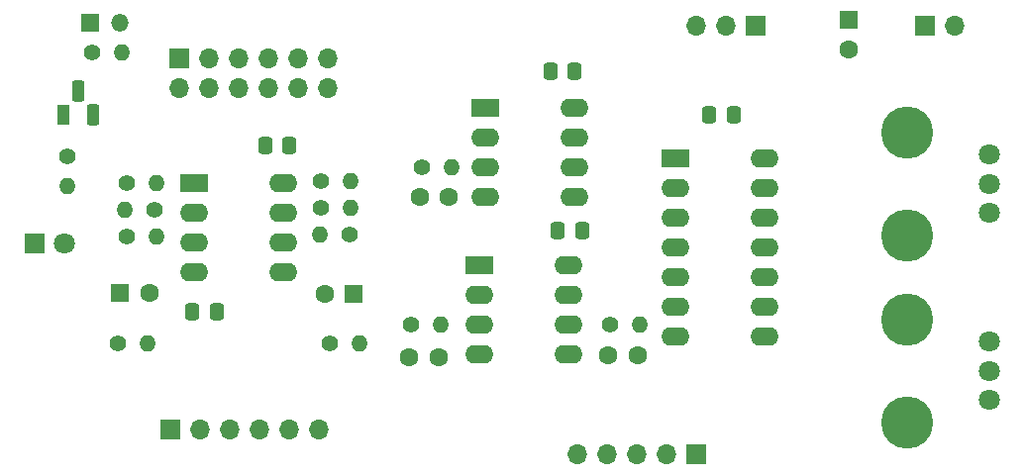
<source format=gbs>
%TF.GenerationSoftware,KiCad,Pcbnew,8.0.8*%
%TF.CreationDate,2025-06-29T12:46:48+09:00*%
%TF.ProjectId,LFOSeparate,4c464f53-6570-4617-9261-74652e6b6963,rev?*%
%TF.SameCoordinates,Original*%
%TF.FileFunction,Soldermask,Bot*%
%TF.FilePolarity,Negative*%
%FSLAX46Y46*%
G04 Gerber Fmt 4.6, Leading zero omitted, Abs format (unit mm)*
G04 Created by KiCad (PCBNEW 8.0.8) date 2025-06-29 12:46:48*
%MOMM*%
%LPD*%
G01*
G04 APERTURE LIST*
G04 Aperture macros list*
%AMRoundRect*
0 Rectangle with rounded corners*
0 $1 Rounding radius*
0 $2 $3 $4 $5 $6 $7 $8 $9 X,Y pos of 4 corners*
0 Add a 4 corners polygon primitive as box body*
4,1,4,$2,$3,$4,$5,$6,$7,$8,$9,$2,$3,0*
0 Add four circle primitives for the rounded corners*
1,1,$1+$1,$2,$3*
1,1,$1+$1,$4,$5*
1,1,$1+$1,$6,$7*
1,1,$1+$1,$8,$9*
0 Add four rect primitives between the rounded corners*
20,1,$1+$1,$2,$3,$4,$5,0*
20,1,$1+$1,$4,$5,$6,$7,0*
20,1,$1+$1,$6,$7,$8,$9,0*
20,1,$1+$1,$8,$9,$2,$3,0*%
G04 Aperture macros list end*
%ADD10C,1.600000*%
%ADD11R,1.600000X1.600000*%
%ADD12C,1.400000*%
%ADD13O,1.400000X1.400000*%
%ADD14R,1.700000X1.700000*%
%ADD15O,1.700000X1.700000*%
%ADD16R,2.400000X1.600000*%
%ADD17O,2.400000X1.600000*%
%ADD18R,1.800000X1.800000*%
%ADD19C,1.800000*%
%ADD20R,1.500000X1.500000*%
%ADD21O,1.500000X1.500000*%
%ADD22C,4.455000*%
%ADD23R,1.100000X1.800000*%
%ADD24RoundRect,0.275000X-0.275000X-0.625000X0.275000X-0.625000X0.275000X0.625000X-0.275000X0.625000X0*%
%ADD25RoundRect,0.250000X0.337500X0.475000X-0.337500X0.475000X-0.337500X-0.475000X0.337500X-0.475000X0*%
%ADD26RoundRect,0.250000X-0.337500X-0.475000X0.337500X-0.475000X0.337500X0.475000X-0.337500X0.475000X0*%
G04 APERTURE END LIST*
D10*
%TO.C,C3*%
X123917000Y-66304000D03*
X121417000Y-66304000D03*
%TD*%
D11*
%TO.C,C9*%
X116688000Y-60950000D03*
D10*
X114188000Y-60950000D03*
%TD*%
D12*
%TO.C,R5*%
X97220000Y-55997000D03*
D13*
X99760000Y-55997000D03*
%TD*%
D14*
%TO.C,J5*%
X100965000Y-72517000D03*
D15*
X103505000Y-72517000D03*
X106045000Y-72517000D03*
X108585000Y-72517000D03*
X111125000Y-72517000D03*
X113665000Y-72517000D03*
%TD*%
D16*
%TO.C,IC3*%
X127874000Y-44968000D03*
D17*
X127874000Y-47508000D03*
X127874000Y-50048000D03*
X127874000Y-52588000D03*
X135494000Y-52588000D03*
X135494000Y-50048000D03*
X135494000Y-47508000D03*
X135494000Y-44968000D03*
%TD*%
D12*
%TO.C,R2*%
X138542000Y-63510000D03*
D13*
X141082000Y-63510000D03*
%TD*%
D18*
%TO.C,D2*%
X89408000Y-56642000D03*
D19*
X91948000Y-56642000D03*
%TD*%
D12*
%TO.C,R12*%
X94284000Y-40259000D03*
D13*
X96824000Y-40259000D03*
%TD*%
D20*
%TO.C,D1*%
X94107000Y-37719000D03*
D21*
X96647000Y-37719000D03*
%TD*%
D12*
%TO.C,R11*%
X113857000Y-53584000D03*
D13*
X116397000Y-53584000D03*
%TD*%
D11*
%TO.C,C8*%
X96702000Y-60833000D03*
D10*
X99202000Y-60833000D03*
%TD*%
D12*
%TO.C,R1*%
X121524000Y-63510000D03*
D13*
X124064000Y-63510000D03*
%TD*%
D12*
%TO.C,R13*%
X92202000Y-49149000D03*
D13*
X92202000Y-51689000D03*
%TD*%
D12*
%TO.C,R6*%
X99660000Y-53711000D03*
D13*
X97120000Y-53711000D03*
%TD*%
D19*
%TO.C,VR1*%
X171000000Y-70000000D03*
X171000000Y-67500000D03*
X171000000Y-65000000D03*
D22*
X164000000Y-71900000D03*
X164000000Y-63100000D03*
%TD*%
D14*
%TO.C,J1*%
X145923000Y-74676000D03*
D15*
X143383000Y-74676000D03*
X140843000Y-74676000D03*
X138303000Y-74676000D03*
X135763000Y-74676000D03*
%TD*%
D16*
%TO.C,IC2*%
X127366000Y-58430000D03*
D17*
X127366000Y-60970000D03*
X127366000Y-63510000D03*
X127366000Y-66050000D03*
X134986000Y-66050000D03*
X134986000Y-63510000D03*
X134986000Y-60970000D03*
X134986000Y-58430000D03*
%TD*%
D23*
%TO.C,Q1*%
X91821000Y-45612000D03*
D24*
X93091000Y-43542000D03*
X94361000Y-45612000D03*
%TD*%
D12*
%TO.C,R9*%
X114619000Y-65141000D03*
D13*
X117159000Y-65141000D03*
%TD*%
D12*
%TO.C,R7*%
X97220000Y-51425000D03*
D13*
X99760000Y-51425000D03*
%TD*%
D12*
%TO.C,R8*%
X113857000Y-51298000D03*
D13*
X116397000Y-51298000D03*
%TD*%
D16*
%TO.C,IC1*%
X144130000Y-49286000D03*
D17*
X144130000Y-51826000D03*
X144130000Y-54366000D03*
X144130000Y-56906000D03*
X144130000Y-59446000D03*
X144130000Y-61986000D03*
X144130000Y-64526000D03*
X151750000Y-64526000D03*
X151750000Y-61986000D03*
X151750000Y-59446000D03*
X151750000Y-56906000D03*
X151750000Y-54366000D03*
X151750000Y-51826000D03*
X151750000Y-49286000D03*
%TD*%
D10*
%TO.C,C5*%
X124806000Y-52588000D03*
X122306000Y-52588000D03*
%TD*%
D12*
%TO.C,R10*%
X116297000Y-55870000D03*
D13*
X113757000Y-55870000D03*
%TD*%
D10*
%TO.C,C4*%
X138435000Y-66177000D03*
X140935000Y-66177000D03*
%TD*%
D19*
%TO.C,VR2*%
X171000000Y-54000000D03*
X171000000Y-51500000D03*
X171000000Y-49000000D03*
D22*
X164000000Y-55900000D03*
X164000000Y-47100000D03*
%TD*%
D12*
%TO.C,R4*%
X96458000Y-65151000D03*
D13*
X98998000Y-65151000D03*
%TD*%
D16*
%TO.C,U1*%
X102997000Y-51435000D03*
D17*
X102997000Y-53975000D03*
X102997000Y-56515000D03*
X102997000Y-59055000D03*
X110617000Y-59055000D03*
X110617000Y-56515000D03*
X110617000Y-53975000D03*
X110617000Y-51435000D03*
%TD*%
D11*
%TO.C,C1*%
X159000000Y-37500000D03*
D10*
X159000000Y-40000000D03*
%TD*%
D14*
%TO.C,J4*%
X101727000Y-40767000D03*
D15*
X101727000Y-43307000D03*
X104267000Y-40767000D03*
X104267000Y-43307000D03*
X106807000Y-40767000D03*
X106807000Y-43307000D03*
X109347000Y-40767000D03*
X109347000Y-43307000D03*
X111887000Y-40767000D03*
X111887000Y-43307000D03*
X114427000Y-40767000D03*
X114427000Y-43307000D03*
%TD*%
D12*
%TO.C,R3*%
X122463000Y-50048000D03*
D13*
X125003000Y-50048000D03*
%TD*%
D14*
%TO.C,J2*%
X165460000Y-38000000D03*
D15*
X168000000Y-38000000D03*
%TD*%
D14*
%TO.C,J3*%
X151000000Y-38000000D03*
D15*
X148460000Y-38000000D03*
X145920000Y-38000000D03*
%TD*%
D25*
%TO.C,C10*%
X135530500Y-41910000D03*
X133455500Y-41910000D03*
%TD*%
%TO.C,C6*%
X111146500Y-48260000D03*
X109071500Y-48260000D03*
%TD*%
D26*
%TO.C,C7*%
X102848500Y-62484000D03*
X104923500Y-62484000D03*
%TD*%
%TO.C,C11*%
X134090500Y-55499000D03*
X136165500Y-55499000D03*
%TD*%
%TO.C,C2*%
X147044500Y-45593000D03*
X149119500Y-45593000D03*
%TD*%
M02*

</source>
